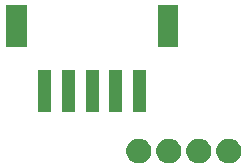
<source format=gbs>
%TF.GenerationSoftware,KiCad,Pcbnew,(5.1.4)-1*%
%TF.CreationDate,2019-11-23T11:30:54-08:00*%
%TF.ProjectId,20191120_Projects_CellMonitor,32303139-3131-4323-905f-50726f6a6563,rev?*%
%TF.SameCoordinates,PXb71b000PYd787c80*%
%TF.FileFunction,Soldermask,Bot*%
%TF.FilePolarity,Negative*%
%FSLAX46Y46*%
G04 Gerber Fmt 4.6, Leading zero omitted, Abs format (unit mm)*
G04 Created by KiCad (PCBNEW (5.1.4)-1) date 2019-11-23 11:30:54*
%MOMM*%
%LPD*%
G04 APERTURE LIST*
%ADD10C,0.100000*%
G04 APERTURE END LIST*
D10*
G36*
X42648687Y31444973D02*
G01*
X42826274Y31409650D01*
X43017362Y31330498D01*
X43189336Y31215589D01*
X43335589Y31069336D01*
X43450498Y30897362D01*
X43529650Y30706274D01*
X43570000Y30503416D01*
X43570000Y30296584D01*
X43529650Y30093726D01*
X43450498Y29902638D01*
X43335589Y29730664D01*
X43189336Y29584411D01*
X43017362Y29469502D01*
X42826274Y29390350D01*
X42648687Y29355027D01*
X42623417Y29350000D01*
X42416583Y29350000D01*
X42391313Y29355027D01*
X42213726Y29390350D01*
X42022638Y29469502D01*
X41850664Y29584411D01*
X41704411Y29730664D01*
X41589502Y29902638D01*
X41510350Y30093726D01*
X41470000Y30296584D01*
X41470000Y30503416D01*
X41510350Y30706274D01*
X41589502Y30897362D01*
X41704411Y31069336D01*
X41850664Y31215589D01*
X42022638Y31330498D01*
X42213726Y31409650D01*
X42391313Y31444973D01*
X42416583Y31450000D01*
X42623417Y31450000D01*
X42648687Y31444973D01*
X42648687Y31444973D01*
G37*
G36*
X37568687Y31444973D02*
G01*
X37746274Y31409650D01*
X37937362Y31330498D01*
X38109336Y31215589D01*
X38255589Y31069336D01*
X38370498Y30897362D01*
X38449650Y30706274D01*
X38490000Y30503416D01*
X38490000Y30296584D01*
X38449650Y30093726D01*
X38370498Y29902638D01*
X38255589Y29730664D01*
X38109336Y29584411D01*
X37937362Y29469502D01*
X37746274Y29390350D01*
X37568687Y29355027D01*
X37543417Y29350000D01*
X37336583Y29350000D01*
X37311313Y29355027D01*
X37133726Y29390350D01*
X36942638Y29469502D01*
X36770664Y29584411D01*
X36624411Y29730664D01*
X36509502Y29902638D01*
X36430350Y30093726D01*
X36390000Y30296584D01*
X36390000Y30503416D01*
X36430350Y30706274D01*
X36509502Y30897362D01*
X36624411Y31069336D01*
X36770664Y31215589D01*
X36942638Y31330498D01*
X37133726Y31409650D01*
X37311313Y31444973D01*
X37336583Y31450000D01*
X37543417Y31450000D01*
X37568687Y31444973D01*
X37568687Y31444973D01*
G37*
G36*
X40108687Y31444973D02*
G01*
X40286274Y31409650D01*
X40477362Y31330498D01*
X40649336Y31215589D01*
X40795589Y31069336D01*
X40910498Y30897362D01*
X40989650Y30706274D01*
X41030000Y30503416D01*
X41030000Y30296584D01*
X40989650Y30093726D01*
X40910498Y29902638D01*
X40795589Y29730664D01*
X40649336Y29584411D01*
X40477362Y29469502D01*
X40286274Y29390350D01*
X40108687Y29355027D01*
X40083417Y29350000D01*
X39876583Y29350000D01*
X39851313Y29355027D01*
X39673726Y29390350D01*
X39482638Y29469502D01*
X39310664Y29584411D01*
X39164411Y29730664D01*
X39049502Y29902638D01*
X38970350Y30093726D01*
X38930000Y30296584D01*
X38930000Y30503416D01*
X38970350Y30706274D01*
X39049502Y30897362D01*
X39164411Y31069336D01*
X39310664Y31215589D01*
X39482638Y31330498D01*
X39673726Y31409650D01*
X39851313Y31444973D01*
X39876583Y31450000D01*
X40083417Y31450000D01*
X40108687Y31444973D01*
X40108687Y31444973D01*
G37*
G36*
X45188687Y31444973D02*
G01*
X45366274Y31409650D01*
X45557362Y31330498D01*
X45729336Y31215589D01*
X45875589Y31069336D01*
X45990498Y30897362D01*
X46069650Y30706274D01*
X46110000Y30503416D01*
X46110000Y30296584D01*
X46069650Y30093726D01*
X45990498Y29902638D01*
X45875589Y29730664D01*
X45729336Y29584411D01*
X45557362Y29469502D01*
X45366274Y29390350D01*
X45188687Y29355027D01*
X45163417Y29350000D01*
X44956583Y29350000D01*
X44931313Y29355027D01*
X44753726Y29390350D01*
X44562638Y29469502D01*
X44390664Y29584411D01*
X44244411Y29730664D01*
X44129502Y29902638D01*
X44050350Y30093726D01*
X44010000Y30296584D01*
X44010000Y30503416D01*
X44050350Y30706274D01*
X44129502Y30897362D01*
X44244411Y31069336D01*
X44390664Y31215589D01*
X44562638Y31330498D01*
X44753726Y31409650D01*
X44931313Y31444973D01*
X44956583Y31450000D01*
X45163417Y31450000D01*
X45188687Y31444973D01*
X45188687Y31444973D01*
G37*
G36*
X38050000Y33700000D02*
G01*
X36950000Y33700000D01*
X36950000Y37300000D01*
X38050000Y37300000D01*
X38050000Y33700000D01*
X38050000Y33700000D01*
G37*
G36*
X36050000Y33700000D02*
G01*
X34950000Y33700000D01*
X34950000Y37300000D01*
X36050000Y37300000D01*
X36050000Y33700000D01*
X36050000Y33700000D01*
G37*
G36*
X34050000Y33700000D02*
G01*
X32950000Y33700000D01*
X32950000Y37300000D01*
X34050000Y37300000D01*
X34050000Y33700000D01*
X34050000Y33700000D01*
G37*
G36*
X32050000Y33700000D02*
G01*
X30950000Y33700000D01*
X30950000Y37300000D01*
X32050000Y37300000D01*
X32050000Y33700000D01*
X32050000Y33700000D01*
G37*
G36*
X30050000Y33700000D02*
G01*
X28950000Y33700000D01*
X28950000Y37300000D01*
X30050000Y37300000D01*
X30050000Y33700000D01*
X30050000Y33700000D01*
G37*
G36*
X27950000Y39200000D02*
G01*
X26250000Y39200000D01*
X26250000Y42800000D01*
X27950000Y42800000D01*
X27950000Y39200000D01*
X27950000Y39200000D01*
G37*
G36*
X40750000Y39200000D02*
G01*
X39050000Y39200000D01*
X39050000Y42800000D01*
X40750000Y42800000D01*
X40750000Y39200000D01*
X40750000Y39200000D01*
G37*
M02*

</source>
